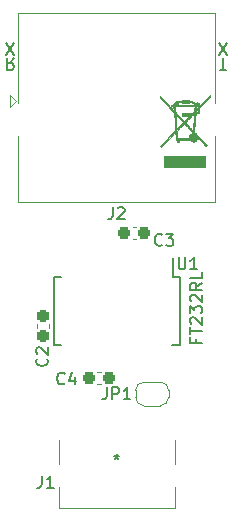
<source format=gto>
G04 #@! TF.GenerationSoftware,KiCad,Pcbnew,(6.0.0)*
G04 #@! TF.CreationDate,2022-05-28T20:38:17-06:00*
G04 #@! TF.ProjectId,usb_to_serial,7573625f-746f-45f7-9365-7269616c2e6b,2*
G04 #@! TF.SameCoordinates,Original*
G04 #@! TF.FileFunction,Legend,Top*
G04 #@! TF.FilePolarity,Positive*
%FSLAX46Y46*%
G04 Gerber Fmt 4.6, Leading zero omitted, Abs format (unit mm)*
G04 Created by KiCad (PCBNEW (6.0.0)) date 2022-05-28 20:38:18*
%MOMM*%
%LPD*%
G01*
G04 APERTURE LIST*
G04 Aperture macros list*
%AMRoundRect*
0 Rectangle with rounded corners*
0 $1 Rounding radius*
0 $2 $3 $4 $5 $6 $7 $8 $9 X,Y pos of 4 corners*
0 Add a 4 corners polygon primitive as box body*
4,1,4,$2,$3,$4,$5,$6,$7,$8,$9,$2,$3,0*
0 Add four circle primitives for the rounded corners*
1,1,$1+$1,$2,$3*
1,1,$1+$1,$4,$5*
1,1,$1+$1,$6,$7*
1,1,$1+$1,$8,$9*
0 Add four rect primitives between the rounded corners*
20,1,$1+$1,$2,$3,$4,$5,0*
20,1,$1+$1,$4,$5,$6,$7,0*
20,1,$1+$1,$6,$7,$8,$9,0*
20,1,$1+$1,$8,$9,$2,$3,0*%
%AMFreePoly0*
4,1,22,0.500000,-0.750000,0.000000,-0.750000,0.000000,-0.745033,-0.079941,-0.743568,-0.215256,-0.701293,-0.333266,-0.622738,-0.424486,-0.514219,-0.481581,-0.384460,-0.499164,-0.250000,-0.500000,-0.250000,-0.500000,0.250000,-0.499164,0.250000,-0.499963,0.256109,-0.478152,0.396186,-0.417904,0.524511,-0.324060,0.630769,-0.204165,0.706417,-0.067858,0.745374,0.000000,0.744959,0.000000,0.750000,
0.500000,0.750000,0.500000,-0.750000,0.500000,-0.750000,$1*%
%AMFreePoly1*
4,1,20,0.000000,0.744959,0.073905,0.744508,0.209726,0.703889,0.328688,0.626782,0.421226,0.519385,0.479903,0.390333,0.500000,0.250000,0.500000,-0.250000,0.499851,-0.262216,0.476331,-0.402017,0.414519,-0.529596,0.319384,-0.634700,0.198574,-0.708877,0.061801,-0.746166,0.000000,-0.745033,0.000000,-0.750000,-0.500000,-0.750000,-0.500000,0.750000,0.000000,0.750000,0.000000,0.744959,
0.000000,0.744959,$1*%
G04 Aperture macros list end*
%ADD10C,0.150000*%
%ADD11C,0.120000*%
%ADD12C,0.010000*%
%ADD13RoundRect,0.237500X0.300000X0.237500X-0.300000X0.237500X-0.300000X-0.237500X0.300000X-0.237500X0*%
%ADD14C,3.250000*%
%ADD15R,1.500000X1.500000*%
%ADD16C,1.500000*%
%ADD17C,2.300000*%
%ADD18R,0.450000X1.750000*%
%ADD19O,0.990600X1.803400*%
%ADD20O,0.990600X2.108200*%
%ADD21C,0.762000*%
%ADD22R,0.584200X1.143000*%
%ADD23R,0.304800X1.143000*%
%ADD24RoundRect,0.237500X-0.237500X0.300000X-0.237500X-0.300000X0.237500X-0.300000X0.237500X0.300000X0*%
%ADD25FreePoly0,180.000000*%
%ADD26FreePoly1,180.000000*%
G04 APERTURE END LIST*
D10*
X144444785Y-94455491D02*
X145111452Y-93455491D01*
X145111452Y-94455491D02*
X144444785Y-93455491D01*
X126444785Y-94455491D02*
X127111452Y-93455491D01*
X127111452Y-94455491D02*
X126444785Y-93455491D01*
X142456690Y-118479300D02*
X142456690Y-118812633D01*
X142980499Y-118812633D02*
X141980499Y-118812633D01*
X141980499Y-118336443D01*
X141980499Y-118098348D02*
X141980499Y-117526919D01*
X142980499Y-117812633D02*
X141980499Y-117812633D01*
X142075738Y-117241205D02*
X142028119Y-117193586D01*
X141980499Y-117098348D01*
X141980499Y-116860252D01*
X142028119Y-116765014D01*
X142075738Y-116717395D01*
X142170976Y-116669776D01*
X142266214Y-116669776D01*
X142409071Y-116717395D01*
X142980499Y-117288824D01*
X142980499Y-116669776D01*
X141980499Y-116336443D02*
X141980499Y-115717395D01*
X142361452Y-116050729D01*
X142361452Y-115907872D01*
X142409071Y-115812633D01*
X142456690Y-115765014D01*
X142551928Y-115717395D01*
X142790023Y-115717395D01*
X142885261Y-115765014D01*
X142932880Y-115812633D01*
X142980499Y-115907872D01*
X142980499Y-116193586D01*
X142932880Y-116288824D01*
X142885261Y-116336443D01*
X142075738Y-115336443D02*
X142028119Y-115288824D01*
X141980499Y-115193586D01*
X141980499Y-114955491D01*
X142028119Y-114860252D01*
X142075738Y-114812633D01*
X142170976Y-114765014D01*
X142266214Y-114765014D01*
X142409071Y-114812633D01*
X142980499Y-115384062D01*
X142980499Y-114765014D01*
X142980499Y-113765014D02*
X142504309Y-114098348D01*
X142980499Y-114336443D02*
X141980499Y-114336443D01*
X141980499Y-113955491D01*
X142028119Y-113860252D01*
X142075738Y-113812633D01*
X142170976Y-113765014D01*
X142313833Y-113765014D01*
X142409071Y-113812633D01*
X142456690Y-113860252D01*
X142504309Y-113955491D01*
X142504309Y-114336443D01*
X142980499Y-112860252D02*
X142980499Y-113336443D01*
X141980499Y-113336443D01*
X144492404Y-95705491D02*
X145063833Y-95705491D01*
X144778119Y-94705491D02*
X144778119Y-95705491D01*
X127087642Y-94705491D02*
X126754309Y-95181681D01*
X126516214Y-94705491D02*
X126516214Y-95705491D01*
X126897166Y-95705491D01*
X126992404Y-95657872D01*
X127040023Y-95610252D01*
X127087642Y-95515014D01*
X127087642Y-95372157D01*
X127040023Y-95276919D01*
X126992404Y-95229300D01*
X126897166Y-95181681D01*
X126516214Y-95181681D01*
X139611452Y-110515014D02*
X139563833Y-110562633D01*
X139420976Y-110610252D01*
X139325738Y-110610252D01*
X139182880Y-110562633D01*
X139087642Y-110467395D01*
X139040023Y-110372157D01*
X138992404Y-110181681D01*
X138992404Y-110038824D01*
X139040023Y-109848348D01*
X139087642Y-109753110D01*
X139182880Y-109657872D01*
X139325738Y-109610252D01*
X139420976Y-109610252D01*
X139563833Y-109657872D01*
X139611452Y-109705491D01*
X139944785Y-109610252D02*
X140563833Y-109610252D01*
X140230499Y-109991205D01*
X140373357Y-109991205D01*
X140468595Y-110038824D01*
X140516214Y-110086443D01*
X140563833Y-110181681D01*
X140563833Y-110419776D01*
X140516214Y-110515014D01*
X140468595Y-110562633D01*
X140373357Y-110610252D01*
X140087642Y-110610252D01*
X139992404Y-110562633D01*
X139944785Y-110515014D01*
X131361452Y-122265014D02*
X131313833Y-122312633D01*
X131170976Y-122360252D01*
X131075738Y-122360252D01*
X130932880Y-122312633D01*
X130837642Y-122217395D01*
X130790023Y-122122157D01*
X130742404Y-121931681D01*
X130742404Y-121788824D01*
X130790023Y-121598348D01*
X130837642Y-121503110D01*
X130932880Y-121407872D01*
X131075738Y-121360252D01*
X131170976Y-121360252D01*
X131313833Y-121407872D01*
X131361452Y-121455491D01*
X132218595Y-121693586D02*
X132218595Y-122360252D01*
X131980499Y-121312633D02*
X131742404Y-122026919D01*
X132361452Y-122026919D01*
X135444785Y-107360252D02*
X135444785Y-108074538D01*
X135397166Y-108217395D01*
X135301928Y-108312633D01*
X135159071Y-108360252D01*
X135063833Y-108360252D01*
X135873357Y-107455491D02*
X135920976Y-107407872D01*
X136016214Y-107360252D01*
X136254309Y-107360252D01*
X136349547Y-107407872D01*
X136397166Y-107455491D01*
X136444785Y-107550729D01*
X136444785Y-107645967D01*
X136397166Y-107788824D01*
X135825738Y-108360252D01*
X136444785Y-108360252D01*
X141016214Y-111610252D02*
X141016214Y-112419776D01*
X141063833Y-112515014D01*
X141111452Y-112562633D01*
X141206690Y-112610252D01*
X141397166Y-112610252D01*
X141492404Y-112562633D01*
X141540023Y-112515014D01*
X141587642Y-112419776D01*
X141587642Y-111610252D01*
X142587642Y-112610252D02*
X142016214Y-112610252D01*
X142301928Y-112610252D02*
X142301928Y-111610252D01*
X142206690Y-111753110D01*
X142111452Y-111848348D01*
X142016214Y-111895967D01*
X129444785Y-130110252D02*
X129444785Y-130824538D01*
X129397166Y-130967395D01*
X129301928Y-131062633D01*
X129159071Y-131110252D01*
X129063833Y-131110252D01*
X130444785Y-131110252D02*
X129873357Y-131110252D01*
X130159071Y-131110252D02*
X130159071Y-130110252D01*
X130063833Y-130253110D01*
X129968595Y-130348348D01*
X129873357Y-130395967D01*
X135778119Y-128274884D02*
X135778119Y-128512980D01*
X135540023Y-128417742D02*
X135778119Y-128512980D01*
X136016214Y-128417742D01*
X135635261Y-128703456D02*
X135778119Y-128512980D01*
X135920976Y-128703456D01*
X129857142Y-120166666D02*
X129904761Y-120214285D01*
X129952380Y-120357142D01*
X129952380Y-120452380D01*
X129904761Y-120595238D01*
X129809523Y-120690476D01*
X129714285Y-120738095D01*
X129523809Y-120785714D01*
X129380952Y-120785714D01*
X129190476Y-120738095D01*
X129095238Y-120690476D01*
X129000000Y-120595238D01*
X128952380Y-120452380D01*
X128952380Y-120357142D01*
X129000000Y-120214285D01*
X129047619Y-120166666D01*
X129047619Y-119785714D02*
X129000000Y-119738095D01*
X128952380Y-119642857D01*
X128952380Y-119404761D01*
X129000000Y-119309523D01*
X129047619Y-119261904D01*
X129142857Y-119214285D01*
X129238095Y-119214285D01*
X129380952Y-119261904D01*
X129952380Y-119833333D01*
X129952380Y-119214285D01*
X134944785Y-122610252D02*
X134944785Y-123324538D01*
X134897166Y-123467395D01*
X134801928Y-123562633D01*
X134659071Y-123610252D01*
X134563833Y-123610252D01*
X135420976Y-123610252D02*
X135420976Y-122610252D01*
X135801928Y-122610252D01*
X135897166Y-122657872D01*
X135944785Y-122705491D01*
X135992404Y-122800729D01*
X135992404Y-122943586D01*
X135944785Y-123038824D01*
X135897166Y-123086443D01*
X135801928Y-123134062D01*
X135420976Y-123134062D01*
X136944785Y-123610252D02*
X136373357Y-123610252D01*
X136659071Y-123610252D02*
X136659071Y-122610252D01*
X136563833Y-122753110D01*
X136468595Y-122848348D01*
X136373357Y-122895967D01*
D11*
X137414386Y-109062504D02*
X137121852Y-109062504D01*
X137414386Y-110082504D02*
X137121852Y-110082504D01*
X134414386Y-122332504D02*
X134121852Y-122332504D01*
X134414386Y-121312504D02*
X134121852Y-121312504D01*
X126718119Y-97832872D02*
X127218119Y-98332872D01*
X127218119Y-98332872D02*
X126718119Y-98832872D01*
X127413119Y-90922872D02*
X144143119Y-90922872D01*
X127413119Y-106892872D02*
X144143119Y-106892872D01*
X126718119Y-98832872D02*
X126718119Y-97832872D01*
X127413119Y-106892872D02*
X127413119Y-101332872D01*
X127413119Y-90922872D02*
X127413119Y-98532872D01*
X144143119Y-90922872D02*
X144143119Y-98532872D01*
X144143119Y-106892872D02*
X144143119Y-101332872D01*
D10*
X140528119Y-113247504D02*
X140528119Y-111647504D01*
X141103119Y-113247504D02*
X140528119Y-113247504D01*
X141103119Y-113247504D02*
X141103119Y-118997504D01*
X130453119Y-118997504D02*
X131103119Y-118997504D01*
X130453119Y-113247504D02*
X131103119Y-113247504D01*
X141103119Y-118997504D02*
X140453119Y-118997504D01*
X130453119Y-113247504D02*
X130453119Y-118997504D01*
D12*
X143275941Y-103925694D02*
X139755148Y-103925694D01*
X139755148Y-103925694D02*
X139755148Y-103058070D01*
X139755148Y-103058070D02*
X143275941Y-103058070D01*
X143275941Y-103058070D02*
X143275941Y-103925694D01*
X143275941Y-103925694D02*
X143275941Y-103925694D01*
G36*
X143275941Y-103925694D02*
G01*
X139755148Y-103925694D01*
X139755148Y-103058070D01*
X143275941Y-103058070D01*
X143275941Y-103925694D01*
G37*
X143275941Y-103925694D02*
X139755148Y-103925694D01*
X139755148Y-103058070D01*
X143275941Y-103058070D01*
X143275941Y-103925694D01*
X143652549Y-97972720D02*
X143651930Y-98059803D01*
X143651930Y-98059803D02*
X143200205Y-98518763D01*
X143200205Y-98518763D02*
X142748480Y-98977724D01*
X142748480Y-98977724D02*
X142748151Y-99188343D01*
X142748151Y-99188343D02*
X142747822Y-99398961D01*
X142747822Y-99398961D02*
X142472729Y-99398961D01*
X142472729Y-99398961D02*
X142465641Y-99452402D01*
X142465641Y-99452402D02*
X142462957Y-99476760D01*
X142462957Y-99476760D02*
X142458432Y-99522631D01*
X142458432Y-99522631D02*
X142452310Y-99587277D01*
X142452310Y-99587277D02*
X142444831Y-99667963D01*
X142444831Y-99667963D02*
X142436238Y-99761953D01*
X142436238Y-99761953D02*
X142426773Y-99866509D01*
X142426773Y-99866509D02*
X142416677Y-99978897D01*
X142416677Y-99978897D02*
X142406193Y-100096379D01*
X142406193Y-100096379D02*
X142395563Y-100216220D01*
X142395563Y-100216220D02*
X142385028Y-100335683D01*
X142385028Y-100335683D02*
X142374832Y-100452031D01*
X142374832Y-100452031D02*
X142365214Y-100562529D01*
X142365214Y-100562529D02*
X142356419Y-100664441D01*
X142356419Y-100664441D02*
X142348687Y-100755030D01*
X142348687Y-100755030D02*
X142342261Y-100831559D01*
X142342261Y-100831559D02*
X142337382Y-100891293D01*
X142337382Y-100891293D02*
X142334294Y-100931496D01*
X142334294Y-100931496D02*
X142333236Y-100949431D01*
X142333236Y-100949431D02*
X142333237Y-100949516D01*
X142333237Y-100949516D02*
X142340946Y-100963907D01*
X142340946Y-100963907D02*
X142364100Y-100993620D01*
X142364100Y-100993620D02*
X142403014Y-101039003D01*
X142403014Y-101039003D02*
X142458003Y-101100401D01*
X142458003Y-101100401D02*
X142529383Y-101178160D01*
X142529383Y-101178160D02*
X142617468Y-101272626D01*
X142617468Y-101272626D02*
X142722573Y-101384144D01*
X142722573Y-101384144D02*
X142845014Y-101513060D01*
X142845014Y-101513060D02*
X142879429Y-101549159D01*
X142879429Y-101549159D02*
X143425256Y-102121288D01*
X143425256Y-102121288D02*
X143337000Y-102209308D01*
X143337000Y-102209308D02*
X143265604Y-102131630D01*
X143265604Y-102131630D02*
X143239485Y-102103558D01*
X143239485Y-102103558D02*
X143198685Y-102060146D01*
X143198685Y-102060146D02*
X143145896Y-102004238D01*
X143145896Y-102004238D02*
X143083810Y-101938680D01*
X143083810Y-101938680D02*
X143015119Y-101866313D01*
X143015119Y-101866313D02*
X142942515Y-101789984D01*
X142942515Y-101789984D02*
X142899079Y-101744396D01*
X142899079Y-101744396D02*
X142817535Y-101658991D01*
X142817535Y-101658991D02*
X142751623Y-101590582D01*
X142751623Y-101590582D02*
X142699663Y-101537925D01*
X142699663Y-101537925D02*
X142659974Y-101499777D01*
X142659974Y-101499777D02*
X142630876Y-101474892D01*
X142630876Y-101474892D02*
X142610688Y-101462028D01*
X142610688Y-101462028D02*
X142597729Y-101459940D01*
X142597729Y-101459940D02*
X142590319Y-101467385D01*
X142590319Y-101467385D02*
X142586777Y-101483118D01*
X142586777Y-101483118D02*
X142585422Y-101505895D01*
X142585422Y-101505895D02*
X142585240Y-101512111D01*
X142585240Y-101512111D02*
X142575822Y-101554933D01*
X142575822Y-101554933D02*
X142552616Y-101606691D01*
X142552616Y-101606691D02*
X142520255Y-101659200D01*
X142520255Y-101659200D02*
X142483371Y-101704275D01*
X142483371Y-101704275D02*
X142468612Y-101718200D01*
X142468612Y-101718200D02*
X142392886Y-101766919D01*
X142392886Y-101766919D02*
X142304427Y-101794178D01*
X142304427Y-101794178D02*
X142226219Y-101800645D01*
X142226219Y-101800645D02*
X142137587Y-101788448D01*
X142137587Y-101788448D02*
X142055731Y-101752685D01*
X142055731Y-101752685D02*
X141983283Y-101694594D01*
X141983283Y-101694594D02*
X141969916Y-101680134D01*
X141969916Y-101680134D02*
X141921037Y-101624605D01*
X141921037Y-101624605D02*
X141075445Y-101624605D01*
X141075445Y-101624605D02*
X141075445Y-101800645D01*
X141075445Y-101800645D02*
X140849109Y-101800645D01*
X140849109Y-101800645D02*
X140849109Y-101718403D01*
X140849109Y-101718403D02*
X140846269Y-101662258D01*
X140846269Y-101662258D02*
X140836726Y-101623288D01*
X140836726Y-101623288D02*
X140825128Y-101602091D01*
X140825128Y-101602091D02*
X140816842Y-101586924D01*
X140816842Y-101586924D02*
X140809746Y-101564934D01*
X140809746Y-101564934D02*
X140803371Y-101532859D01*
X140803371Y-101532859D02*
X140797247Y-101487441D01*
X140797247Y-101487441D02*
X140790903Y-101425420D01*
X140790903Y-101425420D02*
X140783869Y-101343534D01*
X140783869Y-101343534D02*
X140779053Y-101282618D01*
X140779053Y-101282618D02*
X140756958Y-100997215D01*
X140756958Y-100997215D02*
X140214554Y-101546677D01*
X140214554Y-101546677D02*
X140116482Y-101646100D01*
X140116482Y-101646100D02*
X140022335Y-101741687D01*
X140022335Y-101741687D02*
X139933834Y-101831682D01*
X139933834Y-101831682D02*
X139852699Y-101914329D01*
X139852699Y-101914329D02*
X139780650Y-101987873D01*
X139780650Y-101987873D02*
X139719407Y-102050556D01*
X139719407Y-102050556D02*
X139670692Y-102100624D01*
X139670692Y-102100624D02*
X139636223Y-102136320D01*
X139636223Y-102136320D02*
X139617740Y-102155867D01*
X139617740Y-102155867D02*
X139587376Y-102186816D01*
X139587376Y-102186816D02*
X139562048Y-102208402D01*
X139562048Y-102208402D02*
X139548424Y-102215595D01*
X139548424Y-102215595D02*
X139531024Y-102207169D01*
X139531024Y-102207169D02*
X139505659Y-102186117D01*
X139505659Y-102186117D02*
X139497061Y-102177543D01*
X139497061Y-102177543D02*
X139460605Y-102139492D01*
X139460605Y-102139492D02*
X139661317Y-101935530D01*
X139661317Y-101935530D02*
X139712523Y-101883571D01*
X139712523Y-101883571D02*
X139778550Y-101816692D01*
X139778550Y-101816692D02*
X139856501Y-101737822D01*
X139856501Y-101737822D02*
X139943481Y-101649886D01*
X139943481Y-101649886D02*
X140036593Y-101555813D01*
X140036593Y-101555813D02*
X140132940Y-101458530D01*
X140132940Y-101458530D02*
X140229627Y-101360965D01*
X140229627Y-101360965D02*
X140298985Y-101291017D01*
X140298985Y-101291017D02*
X140404416Y-101184422D01*
X140404416Y-101184422D02*
X140492990Y-101094179D01*
X140492990Y-101094179D02*
X140565838Y-101019064D01*
X140565838Y-101019064D02*
X140624096Y-100957858D01*
X140624096Y-100957858D02*
X140668894Y-100909338D01*
X140668894Y-100909338D02*
X140691098Y-100884001D01*
X140691098Y-100884001D02*
X140869395Y-100884001D01*
X140869395Y-100884001D02*
X140891718Y-101169427D01*
X140891718Y-101169427D02*
X140898450Y-101253091D01*
X140898450Y-101253091D02*
X140904962Y-101329599D01*
X140904962Y-101329599D02*
X140910885Y-101394953D01*
X140910885Y-101394953D02*
X140915851Y-101445153D01*
X140915851Y-101445153D02*
X140919490Y-101476201D01*
X140919490Y-101476201D02*
X140920661Y-101483145D01*
X140920661Y-101483145D02*
X140927281Y-101511437D01*
X140927281Y-101511437D02*
X141876755Y-101511437D01*
X141876755Y-101511437D02*
X141883093Y-101432478D01*
X141883093Y-101432478D02*
X141902229Y-101339187D01*
X141902229Y-101339187D02*
X141942273Y-101256663D01*
X141942273Y-101256663D02*
X142000701Y-101187910D01*
X142000701Y-101187910D02*
X142074990Y-101135935D01*
X142074990Y-101135935D02*
X142158371Y-101104735D01*
X142158371Y-101104735D02*
X142185421Y-101090100D01*
X142185421Y-101090100D02*
X142198963Y-101058691D01*
X142198963Y-101058691D02*
X142199247Y-101057306D01*
X142199247Y-101057306D02*
X142200872Y-101044046D01*
X142200872Y-101044046D02*
X142198863Y-101030467D01*
X142198863Y-101030467D02*
X142191261Y-101014053D01*
X142191261Y-101014053D02*
X142176103Y-100992283D01*
X142176103Y-100992283D02*
X142151431Y-100962639D01*
X142151431Y-100962639D02*
X142115283Y-100922604D01*
X142115283Y-100922604D02*
X142065699Y-100869657D01*
X142065699Y-100869657D02*
X142000718Y-100801281D01*
X142000718Y-100801281D02*
X141996520Y-100796877D01*
X141996520Y-100796877D02*
X141926626Y-100723483D01*
X141926626Y-100723483D02*
X141852319Y-100645309D01*
X141852319Y-100645309D02*
X141778705Y-100567736D01*
X141778705Y-100567736D02*
X141710890Y-100496147D01*
X141710890Y-100496147D02*
X141653979Y-100435923D01*
X141653979Y-100435923D02*
X141641287Y-100422459D01*
X141641287Y-100422459D02*
X141592632Y-100371692D01*
X141592632Y-100371692D02*
X141549410Y-100328247D01*
X141549410Y-100328247D02*
X141514724Y-100295113D01*
X141514724Y-100295113D02*
X141491675Y-100275277D01*
X141491675Y-100275277D02*
X141483937Y-100270918D01*
X141483937Y-100270918D02*
X141472397Y-100280042D01*
X141472397Y-100280042D02*
X141445409Y-100305072D01*
X141445409Y-100305072D02*
X141405098Y-100343924D01*
X141405098Y-100343924D02*
X141353590Y-100394515D01*
X141353590Y-100394515D02*
X141293010Y-100454760D01*
X141293010Y-100454760D02*
X141225483Y-100522576D01*
X141225483Y-100522576D02*
X141170293Y-100578437D01*
X141170293Y-100578437D02*
X140869395Y-100884001D01*
X140869395Y-100884001D02*
X140691098Y-100884001D01*
X140691098Y-100884001D02*
X140701368Y-100872283D01*
X140701368Y-100872283D02*
X140722648Y-100845471D01*
X140722648Y-100845471D02*
X140733868Y-100827680D01*
X140733868Y-100827680D02*
X140736365Y-100819442D01*
X140736365Y-100819442D02*
X140735419Y-100801462D01*
X140735419Y-100801462D02*
X140732546Y-100760764D01*
X140732546Y-100760764D02*
X140727932Y-100699691D01*
X140727932Y-100699691D02*
X140721761Y-100620585D01*
X140721761Y-100620585D02*
X140714221Y-100525786D01*
X140714221Y-100525786D02*
X140705498Y-100417639D01*
X140705498Y-100417639D02*
X140695776Y-100298484D01*
X140695776Y-100298484D02*
X140685243Y-100170663D01*
X140685243Y-100170663D02*
X140676754Y-100068507D01*
X140676754Y-100068507D02*
X140628723Y-99492546D01*
X140628723Y-99492546D02*
X140752314Y-99492546D01*
X140752314Y-99492546D02*
X140752846Y-99504976D01*
X140752846Y-99504976D02*
X140755350Y-99539982D01*
X140755350Y-99539982D02*
X140759623Y-99595087D01*
X140759623Y-99595087D02*
X140765466Y-99667815D01*
X140765466Y-99667815D02*
X140772676Y-99755686D01*
X140772676Y-99755686D02*
X140781053Y-99856223D01*
X140781053Y-99856223D02*
X140790396Y-99966949D01*
X140790396Y-99966949D02*
X140799361Y-100072077D01*
X140799361Y-100072077D02*
X140809517Y-100191355D01*
X140809517Y-100191355D02*
X140818977Y-100303952D01*
X140818977Y-100303952D02*
X140827523Y-100407177D01*
X140827523Y-100407177D02*
X140834940Y-100498345D01*
X140834940Y-100498345D02*
X140841011Y-100574767D01*
X140841011Y-100574767D02*
X140845518Y-100633755D01*
X140845518Y-100633755D02*
X140848246Y-100672621D01*
X140848246Y-100672621D02*
X140849003Y-100687716D01*
X140849003Y-100687716D02*
X140850184Y-100697110D01*
X140850184Y-100697110D02*
X140854863Y-100700838D01*
X140854863Y-100700838D02*
X140864843Y-100697343D01*
X140864843Y-100697343D02*
X140881929Y-100685071D01*
X140881929Y-100685071D02*
X140907923Y-100662466D01*
X140907923Y-100662466D02*
X140944629Y-100627972D01*
X140944629Y-100627972D02*
X140993852Y-100580034D01*
X140993852Y-100580034D02*
X141057393Y-100517096D01*
X141057393Y-100517096D02*
X141124814Y-100449840D01*
X141124814Y-100449840D02*
X141400518Y-100174349D01*
X141400518Y-100174349D02*
X141398586Y-100172278D01*
X141398586Y-100172278D02*
X141580829Y-100172278D01*
X141580829Y-100172278D02*
X141589135Y-100183652D01*
X141589135Y-100183652D02*
X141612386Y-100210435D01*
X141612386Y-100210435D02*
X141648254Y-100250164D01*
X141648254Y-100250164D02*
X141694406Y-100300379D01*
X141694406Y-100300379D02*
X141748513Y-100358618D01*
X141748513Y-100358618D02*
X141808245Y-100422419D01*
X141808245Y-100422419D02*
X141871271Y-100489321D01*
X141871271Y-100489321D02*
X141935261Y-100556862D01*
X141935261Y-100556862D02*
X141997883Y-100622582D01*
X141997883Y-100622582D02*
X142056809Y-100684018D01*
X142056809Y-100684018D02*
X142109707Y-100738709D01*
X142109707Y-100738709D02*
X142154247Y-100784194D01*
X142154247Y-100784194D02*
X142188099Y-100818010D01*
X142188099Y-100818010D02*
X142208931Y-100837698D01*
X142208931Y-100837698D02*
X142214613Y-100841709D01*
X142214613Y-100841709D02*
X142216485Y-100828763D01*
X142216485Y-100828763D02*
X142220373Y-100793006D01*
X142220373Y-100793006D02*
X142226062Y-100736676D01*
X142226062Y-100736676D02*
X142233338Y-100662012D01*
X142233338Y-100662012D02*
X142241988Y-100571252D01*
X142241988Y-100571252D02*
X142251797Y-100466634D01*
X142251797Y-100466634D02*
X142262553Y-100350398D01*
X142262553Y-100350398D02*
X142274040Y-100224780D01*
X142274040Y-100224780D02*
X142283212Y-100123490D01*
X142283212Y-100123490D02*
X142294945Y-99992151D01*
X142294945Y-99992151D02*
X142305784Y-99868424D01*
X142305784Y-99868424D02*
X142315549Y-99754553D01*
X142315549Y-99754553D02*
X142324056Y-99652783D01*
X142324056Y-99652783D02*
X142331124Y-99565359D01*
X142331124Y-99565359D02*
X142336570Y-99494525D01*
X142336570Y-99494525D02*
X142340211Y-99442525D01*
X142340211Y-99442525D02*
X142341866Y-99411604D01*
X142341866Y-99411604D02*
X142341677Y-99403575D01*
X142341677Y-99403575D02*
X142331785Y-99410726D01*
X142331785Y-99410726D02*
X142306595Y-99433713D01*
X142306595Y-99433713D02*
X142268309Y-99470311D01*
X142268309Y-99470311D02*
X142219130Y-99518294D01*
X142219130Y-99518294D02*
X142161258Y-99575438D01*
X142161258Y-99575438D02*
X142096897Y-99639519D01*
X142096897Y-99639519D02*
X142028248Y-99708310D01*
X142028248Y-99708310D02*
X141957514Y-99779588D01*
X141957514Y-99779588D02*
X141886897Y-99851127D01*
X141886897Y-99851127D02*
X141818599Y-99920702D01*
X141818599Y-99920702D02*
X141754823Y-99986089D01*
X141754823Y-99986089D02*
X141697769Y-100045063D01*
X141697769Y-100045063D02*
X141649641Y-100095399D01*
X141649641Y-100095399D02*
X141612641Y-100134871D01*
X141612641Y-100134871D02*
X141588971Y-100161255D01*
X141588971Y-100161255D02*
X141580829Y-100172278D01*
X141580829Y-100172278D02*
X141398586Y-100172278D01*
X141398586Y-100172278D02*
X141297710Y-100064167D01*
X141297710Y-100064167D02*
X141245351Y-100008249D01*
X141245351Y-100008249D02*
X141186584Y-99945820D01*
X141186584Y-99945820D02*
X141123734Y-99879315D01*
X141123734Y-99879315D02*
X141059124Y-99811170D01*
X141059124Y-99811170D02*
X140995077Y-99743820D01*
X140995077Y-99743820D02*
X140933916Y-99679700D01*
X140933916Y-99679700D02*
X140877966Y-99621244D01*
X140877966Y-99621244D02*
X140829549Y-99570890D01*
X140829549Y-99570890D02*
X140790989Y-99531070D01*
X140790989Y-99531070D02*
X140764610Y-99504222D01*
X140764610Y-99504222D02*
X140752735Y-99492780D01*
X140752735Y-99492780D02*
X140752314Y-99492546D01*
X140752314Y-99492546D02*
X140628723Y-99492546D01*
X140628723Y-99492546D02*
X140616718Y-99348598D01*
X140616718Y-99348598D02*
X140016181Y-98717030D01*
X140016181Y-98717030D02*
X139415644Y-98085461D01*
X139415644Y-98085461D02*
X139416085Y-97997187D01*
X139416085Y-97997187D02*
X139416527Y-97908912D01*
X139416527Y-97908912D02*
X139513536Y-98012538D01*
X139513536Y-98012538D02*
X139567828Y-98070335D01*
X139567828Y-98070335D02*
X139631927Y-98138240D01*
X139631927Y-98138240D02*
X139704103Y-98214444D01*
X139704103Y-98214444D02*
X139782627Y-98297141D01*
X139782627Y-98297141D02*
X139865770Y-98384525D01*
X139865770Y-98384525D02*
X139951800Y-98474787D01*
X139951800Y-98474787D02*
X140038989Y-98566122D01*
X140038989Y-98566122D02*
X140125606Y-98656721D01*
X140125606Y-98656721D02*
X140209922Y-98744779D01*
X140209922Y-98744779D02*
X140290207Y-98828487D01*
X140290207Y-98828487D02*
X140364732Y-98906039D01*
X140364732Y-98906039D02*
X140431765Y-98975629D01*
X140431765Y-98975629D02*
X140489578Y-99035448D01*
X140489578Y-99035448D02*
X140536440Y-99083690D01*
X140536440Y-99083690D02*
X140570623Y-99118548D01*
X140570623Y-99118548D02*
X140590395Y-99138215D01*
X140590395Y-99138215D02*
X140594729Y-99141988D01*
X140594729Y-99141988D02*
X140595027Y-99128864D01*
X140595027Y-99128864D02*
X140593388Y-99095261D01*
X140593388Y-99095261D02*
X140590096Y-99045752D01*
X140590096Y-99045752D02*
X140585437Y-98984909D01*
X140585437Y-98984909D02*
X140583437Y-98960604D01*
X140583437Y-98960604D02*
X140568542Y-98782823D01*
X140568542Y-98782823D02*
X140685164Y-98782823D01*
X140685164Y-98782823D02*
X140691185Y-98811115D01*
X140691185Y-98811115D02*
X140694256Y-98833490D01*
X140694256Y-98833490D02*
X140698571Y-98875589D01*
X140698571Y-98875589D02*
X140703631Y-98932050D01*
X140703631Y-98932050D02*
X140708938Y-98997507D01*
X140708938Y-98997507D02*
X140710775Y-99021734D01*
X140710775Y-99021734D02*
X140716192Y-99091293D01*
X140716192Y-99091293D02*
X140721660Y-99155890D01*
X140721660Y-99155890D02*
X140726631Y-99209420D01*
X140726631Y-99209420D02*
X140730558Y-99245782D01*
X140730558Y-99245782D02*
X140731444Y-99252381D01*
X140731444Y-99252381D02*
X140734785Y-99265928D01*
X140734785Y-99265928D02*
X140742018Y-99281786D01*
X140742018Y-99281786D02*
X140754679Y-99301733D01*
X140754679Y-99301733D02*
X140774308Y-99327545D01*
X140774308Y-99327545D02*
X140802441Y-99361001D01*
X140802441Y-99361001D02*
X140840617Y-99403879D01*
X140840617Y-99403879D02*
X140890373Y-99457955D01*
X140890373Y-99457955D02*
X140953248Y-99525008D01*
X140953248Y-99525008D02*
X141030778Y-99606815D01*
X141030778Y-99606815D02*
X141109868Y-99689822D01*
X141109868Y-99689822D02*
X141188555Y-99771966D01*
X141188555Y-99771966D02*
X141262007Y-99848041D01*
X141262007Y-99848041D02*
X141328395Y-99916197D01*
X141328395Y-99916197D02*
X141385892Y-99974584D01*
X141385892Y-99974584D02*
X141432668Y-100021353D01*
X141432668Y-100021353D02*
X141466895Y-100054654D01*
X141466895Y-100054654D02*
X141486746Y-100072639D01*
X141486746Y-100072639D02*
X141490979Y-100075314D01*
X141490979Y-100075314D02*
X141502116Y-100065613D01*
X141502116Y-100065613D02*
X141528148Y-100040313D01*
X141528148Y-100040313D02*
X141566549Y-100001954D01*
X141566549Y-100001954D02*
X141614791Y-99953072D01*
X141614791Y-99953072D02*
X141670349Y-99896206D01*
X141670349Y-99896206D02*
X141710527Y-99854778D01*
X141710527Y-99854778D02*
X141920288Y-99637872D01*
X141920288Y-99637872D02*
X141301782Y-99637872D01*
X141301782Y-99637872D02*
X141301782Y-99398961D01*
X141301782Y-99398961D02*
X142056238Y-99398961D01*
X142056238Y-99398961D02*
X142056238Y-99505414D01*
X142056238Y-99505414D02*
X142194554Y-99367526D01*
X142194554Y-99367526D02*
X142292672Y-99269712D01*
X142292672Y-99269712D02*
X142483762Y-99269712D01*
X142483762Y-99269712D02*
X142485590Y-99285142D01*
X142485590Y-99285142D02*
X142494842Y-99293739D01*
X142494842Y-99293739D02*
X142517169Y-99297485D01*
X142517169Y-99297485D02*
X142558224Y-99298361D01*
X142558224Y-99298361D02*
X142565495Y-99298367D01*
X142565495Y-99298367D02*
X142647228Y-99298367D01*
X142647228Y-99298367D02*
X142647228Y-99079044D01*
X142647228Y-99079044D02*
X142565495Y-99160051D01*
X142565495Y-99160051D02*
X142519389Y-99209300D01*
X142519389Y-99209300D02*
X142491813Y-99247031D01*
X142491813Y-99247031D02*
X142483762Y-99269712D01*
X142483762Y-99269712D02*
X142292672Y-99269712D01*
X142292672Y-99269712D02*
X142332871Y-99229638D01*
X142332871Y-99229638D02*
X142332871Y-99106824D01*
X142332871Y-99106824D02*
X142333256Y-99050322D01*
X142333256Y-99050322D02*
X142335019Y-99014377D01*
X142335019Y-99014377D02*
X142339069Y-98994402D01*
X142339069Y-98994402D02*
X142346318Y-98985809D01*
X142346318Y-98985809D02*
X142357249Y-98984011D01*
X142357249Y-98984011D02*
X142369407Y-98981370D01*
X142369407Y-98981370D02*
X142378392Y-98970784D01*
X142378392Y-98970784D02*
X142385293Y-98948253D01*
X142385293Y-98948253D02*
X142391195Y-98909781D01*
X142391195Y-98909781D02*
X142397184Y-98851370D01*
X142397184Y-98851370D02*
X142399106Y-98829976D01*
X142399106Y-98829976D02*
X142403267Y-98782823D01*
X142403267Y-98782823D02*
X140685164Y-98782823D01*
X140685164Y-98782823D02*
X140568542Y-98782823D01*
X140568542Y-98782823D02*
X140409010Y-98782823D01*
X140409010Y-98782823D02*
X140409010Y-98669654D01*
X140409010Y-98669654D02*
X140476805Y-98669654D01*
X140476805Y-98669654D02*
X140516457Y-98668568D01*
X140516457Y-98668568D02*
X140538003Y-98663326D01*
X140538003Y-98663326D02*
X140540639Y-98660206D01*
X140540639Y-98660206D02*
X140679503Y-98660206D01*
X140679503Y-98660206D02*
X140686811Y-98667334D01*
X140686811Y-98667334D02*
X140712126Y-98669534D01*
X140712126Y-98669534D02*
X140729211Y-98669654D01*
X140729211Y-98669654D02*
X140786238Y-98669654D01*
X140786238Y-98669654D02*
X140998898Y-98669654D01*
X140998898Y-98669654D02*
X142413421Y-98669654D01*
X142413421Y-98669654D02*
X142365577Y-98620658D01*
X142365577Y-98620658D02*
X142291269Y-98560196D01*
X142291269Y-98560196D02*
X142199303Y-98513563D01*
X142199303Y-98513563D02*
X142088121Y-98480121D01*
X142088121Y-98480121D02*
X141977648Y-98461625D01*
X141977648Y-98461625D02*
X141905346Y-98452994D01*
X141905346Y-98452994D02*
X141905346Y-98543912D01*
X141905346Y-98543912D02*
X141326931Y-98543912D01*
X141326931Y-98543912D02*
X141326931Y-98440765D01*
X141326931Y-98440765D02*
X141242054Y-98449368D01*
X141242054Y-98449368D02*
X141182751Y-98456628D01*
X141182751Y-98456628D02*
X141119568Y-98466251D01*
X141119568Y-98466251D02*
X141081733Y-98473124D01*
X141081733Y-98473124D02*
X141006287Y-98488279D01*
X141006287Y-98488279D02*
X141002593Y-98578967D01*
X141002593Y-98578967D02*
X140998898Y-98669654D01*
X140998898Y-98669654D02*
X140786238Y-98669654D01*
X140786238Y-98669654D02*
X140786238Y-98619357D01*
X140786238Y-98619357D02*
X140784575Y-98587848D01*
X140784575Y-98587848D02*
X140780422Y-98570335D01*
X140780422Y-98570335D02*
X140778748Y-98569060D01*
X140778748Y-98569060D02*
X140760132Y-98577126D01*
X140760132Y-98577126D02*
X140732936Y-98596692D01*
X140732936Y-98596692D02*
X140705671Y-98620816D01*
X140705671Y-98620816D02*
X140686852Y-98642554D01*
X140686852Y-98642554D02*
X140685176Y-98645380D01*
X140685176Y-98645380D02*
X140679503Y-98660206D01*
X140679503Y-98660206D02*
X140540639Y-98660206D01*
X140540639Y-98660206D02*
X140548457Y-98650953D01*
X140548457Y-98650953D02*
X140552677Y-98637476D01*
X140552677Y-98637476D02*
X140569900Y-98602499D01*
X140569900Y-98602499D02*
X140602981Y-98560451D01*
X140602981Y-98560451D02*
X140646226Y-98517228D01*
X140646226Y-98517228D02*
X140693945Y-98478726D01*
X140693945Y-98478726D02*
X140725289Y-98458673D01*
X140725289Y-98458673D02*
X140760996Y-98436723D01*
X140760996Y-98436723D02*
X140779300Y-98418283D01*
X140779300Y-98418283D02*
X140785731Y-98396540D01*
X140785731Y-98396540D02*
X140786225Y-98383590D01*
X140786225Y-98383590D02*
X140786225Y-98380447D01*
X140786225Y-98380447D02*
X141427525Y-98380447D01*
X141427525Y-98380447D02*
X141427525Y-98443318D01*
X141427525Y-98443318D02*
X141804752Y-98443318D01*
X141804752Y-98443318D02*
X141804752Y-98380447D01*
X141804752Y-98380447D02*
X141427525Y-98380447D01*
X141427525Y-98380447D02*
X140786225Y-98380447D01*
X140786225Y-98380447D02*
X140786238Y-98342724D01*
X140786238Y-98342724D02*
X140892071Y-98342724D01*
X140892071Y-98342724D02*
X140940764Y-98343901D01*
X140940764Y-98343901D02*
X140978714Y-98347037D01*
X140978714Y-98347037D02*
X140999811Y-98351543D01*
X140999811Y-98351543D02*
X141002096Y-98353367D01*
X141002096Y-98353367D02*
X141015478Y-98356167D01*
X141015478Y-98356167D02*
X141048045Y-98355020D01*
X141048045Y-98355020D02*
X141094203Y-98350265D01*
X141094203Y-98350265D02*
X141125743Y-98345875D01*
X141125743Y-98345875D02*
X141182931Y-98337250D01*
X141182931Y-98337250D02*
X141235233Y-98329463D01*
X141235233Y-98329463D02*
X141274537Y-98323719D01*
X141274537Y-98323719D02*
X141286064Y-98322087D01*
X141286064Y-98322087D02*
X141316182Y-98312760D01*
X141316182Y-98312760D02*
X141326931Y-98298144D01*
X141326931Y-98298144D02*
X141330199Y-98292192D01*
X141330199Y-98292192D02*
X141341889Y-98287650D01*
X141341889Y-98287650D02*
X141364831Y-98284342D01*
X141364831Y-98284342D02*
X141401854Y-98282087D01*
X141401854Y-98282087D02*
X141455787Y-98280706D01*
X141455787Y-98280706D02*
X141529459Y-98280022D01*
X141529459Y-98280022D02*
X141616139Y-98279852D01*
X141616139Y-98279852D02*
X141708648Y-98279949D01*
X141708648Y-98279949D02*
X141779025Y-98280402D01*
X141779025Y-98280402D02*
X141830283Y-98281462D01*
X141830283Y-98281462D02*
X141865439Y-98283375D01*
X141865439Y-98283375D02*
X141887508Y-98286391D01*
X141887508Y-98286391D02*
X141899504Y-98290757D01*
X141899504Y-98290757D02*
X141904443Y-98296721D01*
X141904443Y-98296721D02*
X141905346Y-98303656D01*
X141905346Y-98303656D02*
X141913040Y-98325667D01*
X141913040Y-98325667D02*
X141938240Y-98338193D01*
X141938240Y-98338193D02*
X141984128Y-98342660D01*
X141984128Y-98342660D02*
X141992383Y-98342724D01*
X141992383Y-98342724D02*
X142070092Y-98350740D01*
X142070092Y-98350740D02*
X142158352Y-98372808D01*
X142158352Y-98372808D02*
X142249204Y-98405956D01*
X142249204Y-98405956D02*
X142334689Y-98447211D01*
X142334689Y-98447211D02*
X142406845Y-98493603D01*
X142406845Y-98493603D02*
X142416191Y-98500954D01*
X142416191Y-98500954D02*
X142446652Y-98524870D01*
X142446652Y-98524870D02*
X142464691Y-98534448D01*
X142464691Y-98534448D02*
X142477288Y-98531352D01*
X142477288Y-98531352D02*
X142490219Y-98518576D01*
X142490219Y-98518576D02*
X142528412Y-98493550D01*
X142528412Y-98493550D02*
X142578117Y-98483943D01*
X142578117Y-98483943D02*
X142631643Y-98488939D01*
X142631643Y-98488939D02*
X142681297Y-98507723D01*
X142681297Y-98507723D02*
X142719386Y-98539478D01*
X142719386Y-98539478D02*
X142722144Y-98543169D01*
X142722144Y-98543169D02*
X142750645Y-98602447D01*
X142750645Y-98602447D02*
X142755947Y-98663806D01*
X142755947Y-98663806D02*
X142738637Y-98722299D01*
X142738637Y-98722299D02*
X142699299Y-98772976D01*
X142699299Y-98772976D02*
X142694489Y-98777161D01*
X142694489Y-98777161D02*
X142666559Y-98797039D01*
X142666559Y-98797039D02*
X142638221Y-98805793D01*
X142638221Y-98805793D02*
X142598382Y-98806425D01*
X142598382Y-98806425D02*
X142588430Y-98805864D01*
X142588430Y-98805864D02*
X142549451Y-98804434D01*
X142549451Y-98804434D02*
X142529373Y-98807711D01*
X142529373Y-98807711D02*
X142522104Y-98817600D01*
X142522104Y-98817600D02*
X142521359Y-98826833D01*
X142521359Y-98826833D02*
X142519835Y-98853616D01*
X142519835Y-98853616D02*
X142516054Y-98893897D01*
X142516054Y-98893897D02*
X142513337Y-98917996D01*
X142513337Y-98917996D02*
X142509396Y-98956273D01*
X142509396Y-98956273D02*
X142511035Y-98975868D01*
X142511035Y-98975868D02*
X142520540Y-98983030D01*
X142520540Y-98983030D02*
X142537470Y-98984011D01*
X142537470Y-98984011D02*
X142547511Y-98980773D01*
X142547511Y-98980773D02*
X142563709Y-98970292D01*
X142563709Y-98970292D02*
X142587264Y-98951420D01*
X142587264Y-98951420D02*
X142619376Y-98923007D01*
X142619376Y-98923007D02*
X142661247Y-98883907D01*
X142661247Y-98883907D02*
X142714076Y-98832969D01*
X142714076Y-98832969D02*
X142779064Y-98769045D01*
X142779064Y-98769045D02*
X142857410Y-98690986D01*
X142857410Y-98690986D02*
X142950316Y-98597644D01*
X142950316Y-98597644D02*
X143058982Y-98487870D01*
X143058982Y-98487870D02*
X143111350Y-98434824D01*
X143111350Y-98434824D02*
X143653168Y-97885639D01*
X143653168Y-97885639D02*
X143652549Y-97972720D01*
X143652549Y-97972720D02*
X143652549Y-97972720D01*
G36*
X140722648Y-100845471D02*
G01*
X140733868Y-100827680D01*
X140736365Y-100819442D01*
X140735419Y-100801462D01*
X140732546Y-100760764D01*
X140727932Y-100699691D01*
X140721761Y-100620585D01*
X140714221Y-100525786D01*
X140705498Y-100417639D01*
X140695776Y-100298484D01*
X140685243Y-100170663D01*
X140676754Y-100068507D01*
X140628723Y-99492546D01*
X140752314Y-99492546D01*
X140752846Y-99504976D01*
X140755350Y-99539982D01*
X140759623Y-99595087D01*
X140765466Y-99667815D01*
X140772676Y-99755686D01*
X140781053Y-99856223D01*
X140790396Y-99966949D01*
X140799361Y-100072077D01*
X140809517Y-100191355D01*
X140818977Y-100303952D01*
X140827523Y-100407177D01*
X140834940Y-100498345D01*
X140841011Y-100574767D01*
X140845518Y-100633755D01*
X140848246Y-100672621D01*
X140849003Y-100687716D01*
X140850184Y-100697110D01*
X140854863Y-100700838D01*
X140864843Y-100697343D01*
X140881929Y-100685071D01*
X140907923Y-100662466D01*
X140944629Y-100627972D01*
X140993852Y-100580034D01*
X141057393Y-100517096D01*
X141124814Y-100449840D01*
X141400518Y-100174349D01*
X141398586Y-100172278D01*
X141580829Y-100172278D01*
X141589135Y-100183652D01*
X141612386Y-100210435D01*
X141648254Y-100250164D01*
X141694406Y-100300379D01*
X141748513Y-100358618D01*
X141808245Y-100422419D01*
X141871271Y-100489321D01*
X141935261Y-100556862D01*
X141997883Y-100622582D01*
X142056809Y-100684018D01*
X142109707Y-100738709D01*
X142154247Y-100784194D01*
X142188099Y-100818010D01*
X142208931Y-100837698D01*
X142214613Y-100841709D01*
X142216485Y-100828763D01*
X142220373Y-100793006D01*
X142226062Y-100736676D01*
X142233338Y-100662012D01*
X142241988Y-100571252D01*
X142251797Y-100466634D01*
X142262553Y-100350398D01*
X142274040Y-100224780D01*
X142283212Y-100123490D01*
X142294945Y-99992151D01*
X142305784Y-99868424D01*
X142315549Y-99754553D01*
X142324056Y-99652783D01*
X142331124Y-99565359D01*
X142336570Y-99494525D01*
X142340211Y-99442525D01*
X142341866Y-99411604D01*
X142341677Y-99403575D01*
X142331785Y-99410726D01*
X142306595Y-99433713D01*
X142268309Y-99470311D01*
X142219130Y-99518294D01*
X142161258Y-99575438D01*
X142096897Y-99639519D01*
X142028248Y-99708310D01*
X141957514Y-99779588D01*
X141886897Y-99851127D01*
X141818599Y-99920702D01*
X141754823Y-99986089D01*
X141697769Y-100045063D01*
X141649641Y-100095399D01*
X141612641Y-100134871D01*
X141588971Y-100161255D01*
X141580829Y-100172278D01*
X141398586Y-100172278D01*
X141297710Y-100064167D01*
X141245351Y-100008249D01*
X141186584Y-99945820D01*
X141123734Y-99879315D01*
X141059124Y-99811170D01*
X140995077Y-99743820D01*
X140933916Y-99679700D01*
X140877966Y-99621244D01*
X140829549Y-99570890D01*
X140790989Y-99531070D01*
X140764610Y-99504222D01*
X140752735Y-99492780D01*
X140752314Y-99492546D01*
X140628723Y-99492546D01*
X140616718Y-99348598D01*
X140016181Y-98717030D01*
X139415644Y-98085461D01*
X139416085Y-97997187D01*
X139416527Y-97908912D01*
X139513536Y-98012538D01*
X139567828Y-98070335D01*
X139631927Y-98138240D01*
X139704103Y-98214444D01*
X139782627Y-98297141D01*
X139865770Y-98384525D01*
X139951800Y-98474787D01*
X140038989Y-98566122D01*
X140125606Y-98656721D01*
X140209922Y-98744779D01*
X140290207Y-98828487D01*
X140364732Y-98906039D01*
X140431765Y-98975629D01*
X140489578Y-99035448D01*
X140536440Y-99083690D01*
X140570623Y-99118548D01*
X140590395Y-99138215D01*
X140594729Y-99141988D01*
X140595027Y-99128864D01*
X140593388Y-99095261D01*
X140590096Y-99045752D01*
X140585437Y-98984909D01*
X140583437Y-98960604D01*
X140568542Y-98782823D01*
X140685164Y-98782823D01*
X140691185Y-98811115D01*
X140694256Y-98833490D01*
X140698571Y-98875589D01*
X140703631Y-98932050D01*
X140708938Y-98997507D01*
X140710775Y-99021734D01*
X140716192Y-99091293D01*
X140721660Y-99155890D01*
X140726631Y-99209420D01*
X140730558Y-99245782D01*
X140731444Y-99252381D01*
X140734785Y-99265928D01*
X140742018Y-99281786D01*
X140754679Y-99301733D01*
X140774308Y-99327545D01*
X140802441Y-99361001D01*
X140840617Y-99403879D01*
X140890373Y-99457955D01*
X140953248Y-99525008D01*
X141030778Y-99606815D01*
X141109868Y-99689822D01*
X141188555Y-99771966D01*
X141262007Y-99848041D01*
X141328395Y-99916197D01*
X141385892Y-99974584D01*
X141432668Y-100021353D01*
X141466895Y-100054654D01*
X141486746Y-100072639D01*
X141490979Y-100075314D01*
X141502116Y-100065613D01*
X141528148Y-100040313D01*
X141566549Y-100001954D01*
X141614791Y-99953072D01*
X141670349Y-99896206D01*
X141710527Y-99854778D01*
X141920288Y-99637872D01*
X141301782Y-99637872D01*
X141301782Y-99398961D01*
X142056238Y-99398961D01*
X142056238Y-99505414D01*
X142194554Y-99367526D01*
X142292672Y-99269712D01*
X142483762Y-99269712D01*
X142485590Y-99285142D01*
X142494842Y-99293739D01*
X142517169Y-99297485D01*
X142558224Y-99298361D01*
X142565495Y-99298367D01*
X142647228Y-99298367D01*
X142647228Y-99079044D01*
X142565495Y-99160051D01*
X142519389Y-99209300D01*
X142491813Y-99247031D01*
X142483762Y-99269712D01*
X142292672Y-99269712D01*
X142332871Y-99229638D01*
X142332871Y-99106824D01*
X142333256Y-99050322D01*
X142335019Y-99014377D01*
X142339069Y-98994402D01*
X142346318Y-98985809D01*
X142357249Y-98984011D01*
X142369407Y-98981370D01*
X142378392Y-98970784D01*
X142385293Y-98948253D01*
X142391195Y-98909781D01*
X142397184Y-98851370D01*
X142399106Y-98829976D01*
X142403267Y-98782823D01*
X140685164Y-98782823D01*
X140568542Y-98782823D01*
X140409010Y-98782823D01*
X140409010Y-98669654D01*
X140476805Y-98669654D01*
X140516457Y-98668568D01*
X140538003Y-98663326D01*
X140540639Y-98660206D01*
X140679503Y-98660206D01*
X140686811Y-98667334D01*
X140712126Y-98669534D01*
X140729211Y-98669654D01*
X140786238Y-98669654D01*
X140998898Y-98669654D01*
X142413421Y-98669654D01*
X142365577Y-98620658D01*
X142291269Y-98560196D01*
X142199303Y-98513563D01*
X142088121Y-98480121D01*
X141977648Y-98461625D01*
X141905346Y-98452994D01*
X141905346Y-98543912D01*
X141326931Y-98543912D01*
X141326931Y-98443318D01*
X141427525Y-98443318D01*
X141804752Y-98443318D01*
X141804752Y-98380447D01*
X141427525Y-98380447D01*
X141427525Y-98443318D01*
X141326931Y-98443318D01*
X141326931Y-98440765D01*
X141242054Y-98449368D01*
X141182751Y-98456628D01*
X141119568Y-98466251D01*
X141081733Y-98473124D01*
X141006287Y-98488279D01*
X141002593Y-98578967D01*
X140998898Y-98669654D01*
X140786238Y-98669654D01*
X140786238Y-98619357D01*
X140784575Y-98587848D01*
X140780422Y-98570335D01*
X140778748Y-98569060D01*
X140760132Y-98577126D01*
X140732936Y-98596692D01*
X140705671Y-98620816D01*
X140686852Y-98642554D01*
X140685176Y-98645380D01*
X140679503Y-98660206D01*
X140540639Y-98660206D01*
X140548457Y-98650953D01*
X140552677Y-98637476D01*
X140569900Y-98602499D01*
X140602981Y-98560451D01*
X140646226Y-98517228D01*
X140693945Y-98478726D01*
X140725289Y-98458673D01*
X140760996Y-98436723D01*
X140779300Y-98418283D01*
X140785731Y-98396540D01*
X140786225Y-98383590D01*
X140786225Y-98380447D01*
X140786238Y-98342724D01*
X140892071Y-98342724D01*
X140940764Y-98343901D01*
X140978714Y-98347037D01*
X140999811Y-98351543D01*
X141002096Y-98353367D01*
X141015478Y-98356167D01*
X141048045Y-98355020D01*
X141094203Y-98350265D01*
X141125743Y-98345875D01*
X141182931Y-98337250D01*
X141235233Y-98329463D01*
X141274537Y-98323719D01*
X141286064Y-98322087D01*
X141316182Y-98312760D01*
X141326931Y-98298144D01*
X141330199Y-98292192D01*
X141341889Y-98287650D01*
X141364831Y-98284342D01*
X141401854Y-98282087D01*
X141455787Y-98280706D01*
X141529459Y-98280022D01*
X141616139Y-98279852D01*
X141708648Y-98279949D01*
X141779025Y-98280402D01*
X141830283Y-98281462D01*
X141865439Y-98283375D01*
X141887508Y-98286391D01*
X141899504Y-98290757D01*
X141904443Y-98296721D01*
X141905346Y-98303656D01*
X141913040Y-98325667D01*
X141938240Y-98338193D01*
X141984128Y-98342660D01*
X141992383Y-98342724D01*
X142070092Y-98350740D01*
X142158352Y-98372808D01*
X142249204Y-98405956D01*
X142334689Y-98447211D01*
X142406845Y-98493603D01*
X142416191Y-98500954D01*
X142446652Y-98524870D01*
X142464691Y-98534448D01*
X142477288Y-98531352D01*
X142490219Y-98518576D01*
X142528412Y-98493550D01*
X142578117Y-98483943D01*
X142631643Y-98488939D01*
X142681297Y-98507723D01*
X142719386Y-98539478D01*
X142722144Y-98543169D01*
X142750645Y-98602447D01*
X142755947Y-98663806D01*
X142738637Y-98722299D01*
X142699299Y-98772976D01*
X142694489Y-98777161D01*
X142666559Y-98797039D01*
X142638221Y-98805793D01*
X142598382Y-98806425D01*
X142588430Y-98805864D01*
X142549451Y-98804434D01*
X142529373Y-98807711D01*
X142522104Y-98817600D01*
X142521359Y-98826833D01*
X142519835Y-98853616D01*
X142516054Y-98893897D01*
X142513337Y-98917996D01*
X142509396Y-98956273D01*
X142511035Y-98975868D01*
X142520540Y-98983030D01*
X142537470Y-98984011D01*
X142547511Y-98980773D01*
X142563709Y-98970292D01*
X142587264Y-98951420D01*
X142619376Y-98923007D01*
X142661247Y-98883907D01*
X142714076Y-98832969D01*
X142779064Y-98769045D01*
X142857410Y-98690986D01*
X142950316Y-98597644D01*
X143058982Y-98487870D01*
X143111350Y-98434824D01*
X143653168Y-97885639D01*
X143652549Y-97972720D01*
X143651930Y-98059803D01*
X143200205Y-98518763D01*
X142748480Y-98977724D01*
X142748151Y-99188343D01*
X142747822Y-99398961D01*
X142472729Y-99398961D01*
X142465641Y-99452402D01*
X142462957Y-99476760D01*
X142458432Y-99522631D01*
X142452310Y-99587277D01*
X142444831Y-99667963D01*
X142436238Y-99761953D01*
X142426773Y-99866509D01*
X142416677Y-99978897D01*
X142406193Y-100096379D01*
X142395563Y-100216220D01*
X142385028Y-100335683D01*
X142374832Y-100452031D01*
X142365214Y-100562529D01*
X142356419Y-100664441D01*
X142348687Y-100755030D01*
X142342261Y-100831559D01*
X142337382Y-100891293D01*
X142334294Y-100931496D01*
X142333236Y-100949431D01*
X142333237Y-100949516D01*
X142340946Y-100963907D01*
X142364100Y-100993620D01*
X142403014Y-101039003D01*
X142458003Y-101100401D01*
X142529383Y-101178160D01*
X142617468Y-101272626D01*
X142722573Y-101384144D01*
X142845014Y-101513060D01*
X142879429Y-101549159D01*
X143425256Y-102121288D01*
X143337000Y-102209308D01*
X143265604Y-102131630D01*
X143239485Y-102103558D01*
X143198685Y-102060146D01*
X143145896Y-102004238D01*
X143083810Y-101938680D01*
X143015119Y-101866313D01*
X142942515Y-101789984D01*
X142899079Y-101744396D01*
X142817535Y-101658991D01*
X142751623Y-101590582D01*
X142699663Y-101537925D01*
X142659974Y-101499777D01*
X142630876Y-101474892D01*
X142610688Y-101462028D01*
X142597729Y-101459940D01*
X142590319Y-101467385D01*
X142586777Y-101483118D01*
X142585422Y-101505895D01*
X142585240Y-101512111D01*
X142575822Y-101554933D01*
X142552616Y-101606691D01*
X142520255Y-101659200D01*
X142483371Y-101704275D01*
X142468612Y-101718200D01*
X142392886Y-101766919D01*
X142304427Y-101794178D01*
X142226219Y-101800645D01*
X142137587Y-101788448D01*
X142055731Y-101752685D01*
X141983283Y-101694594D01*
X141969916Y-101680134D01*
X141921037Y-101624605D01*
X141075445Y-101624605D01*
X141075445Y-101800645D01*
X140849109Y-101800645D01*
X140849109Y-101718403D01*
X140846269Y-101662258D01*
X140836726Y-101623288D01*
X140825128Y-101602091D01*
X140816842Y-101586924D01*
X140809746Y-101564934D01*
X140803371Y-101532859D01*
X140797247Y-101487441D01*
X140790903Y-101425420D01*
X140783869Y-101343534D01*
X140779053Y-101282618D01*
X140756958Y-100997215D01*
X140214554Y-101546677D01*
X140116482Y-101646100D01*
X140022335Y-101741687D01*
X139933834Y-101831682D01*
X139852699Y-101914329D01*
X139780650Y-101987873D01*
X139719407Y-102050556D01*
X139670692Y-102100624D01*
X139636223Y-102136320D01*
X139617740Y-102155867D01*
X139587376Y-102186816D01*
X139562048Y-102208402D01*
X139548424Y-102215595D01*
X139531024Y-102207169D01*
X139505659Y-102186117D01*
X139497061Y-102177543D01*
X139460605Y-102139492D01*
X139661317Y-101935530D01*
X139712523Y-101883571D01*
X139778550Y-101816692D01*
X139856501Y-101737822D01*
X139943481Y-101649886D01*
X140036593Y-101555813D01*
X140132940Y-101458530D01*
X140229627Y-101360965D01*
X140298985Y-101291017D01*
X140404416Y-101184422D01*
X140492990Y-101094179D01*
X140565838Y-101019064D01*
X140624096Y-100957858D01*
X140668894Y-100909338D01*
X140691098Y-100884001D01*
X140869395Y-100884001D01*
X140891718Y-101169427D01*
X140898450Y-101253091D01*
X140904962Y-101329599D01*
X140910885Y-101394953D01*
X140915851Y-101445153D01*
X140919490Y-101476201D01*
X140920661Y-101483145D01*
X140927281Y-101511437D01*
X141876755Y-101511437D01*
X141883093Y-101432478D01*
X141902229Y-101339187D01*
X141942273Y-101256663D01*
X142000701Y-101187910D01*
X142074990Y-101135935D01*
X142158371Y-101104735D01*
X142185421Y-101090100D01*
X142198963Y-101058691D01*
X142199247Y-101057306D01*
X142200872Y-101044046D01*
X142198863Y-101030467D01*
X142191261Y-101014053D01*
X142176103Y-100992283D01*
X142151431Y-100962639D01*
X142115283Y-100922604D01*
X142065699Y-100869657D01*
X142000718Y-100801281D01*
X141996520Y-100796877D01*
X141926626Y-100723483D01*
X141852319Y-100645309D01*
X141778705Y-100567736D01*
X141710890Y-100496147D01*
X141653979Y-100435923D01*
X141641287Y-100422459D01*
X141592632Y-100371692D01*
X141549410Y-100328247D01*
X141514724Y-100295113D01*
X141491675Y-100275277D01*
X141483937Y-100270918D01*
X141472397Y-100280042D01*
X141445409Y-100305072D01*
X141405098Y-100343924D01*
X141353590Y-100394515D01*
X141293010Y-100454760D01*
X141225483Y-100522576D01*
X141170293Y-100578437D01*
X140869395Y-100884001D01*
X140691098Y-100884001D01*
X140701368Y-100872283D01*
X140722648Y-100845471D01*
G37*
X140722648Y-100845471D02*
X140733868Y-100827680D01*
X140736365Y-100819442D01*
X140735419Y-100801462D01*
X140732546Y-100760764D01*
X140727932Y-100699691D01*
X140721761Y-100620585D01*
X140714221Y-100525786D01*
X140705498Y-100417639D01*
X140695776Y-100298484D01*
X140685243Y-100170663D01*
X140676754Y-100068507D01*
X140628723Y-99492546D01*
X140752314Y-99492546D01*
X140752846Y-99504976D01*
X140755350Y-99539982D01*
X140759623Y-99595087D01*
X140765466Y-99667815D01*
X140772676Y-99755686D01*
X140781053Y-99856223D01*
X140790396Y-99966949D01*
X140799361Y-100072077D01*
X140809517Y-100191355D01*
X140818977Y-100303952D01*
X140827523Y-100407177D01*
X140834940Y-100498345D01*
X140841011Y-100574767D01*
X140845518Y-100633755D01*
X140848246Y-100672621D01*
X140849003Y-100687716D01*
X140850184Y-100697110D01*
X140854863Y-100700838D01*
X140864843Y-100697343D01*
X140881929Y-100685071D01*
X140907923Y-100662466D01*
X140944629Y-100627972D01*
X140993852Y-100580034D01*
X141057393Y-100517096D01*
X141124814Y-100449840D01*
X141400518Y-100174349D01*
X141398586Y-100172278D01*
X141580829Y-100172278D01*
X141589135Y-100183652D01*
X141612386Y-100210435D01*
X141648254Y-100250164D01*
X141694406Y-100300379D01*
X141748513Y-100358618D01*
X141808245Y-100422419D01*
X141871271Y-100489321D01*
X141935261Y-100556862D01*
X141997883Y-100622582D01*
X142056809Y-100684018D01*
X142109707Y-100738709D01*
X142154247Y-100784194D01*
X142188099Y-100818010D01*
X142208931Y-100837698D01*
X142214613Y-100841709D01*
X142216485Y-100828763D01*
X142220373Y-100793006D01*
X142226062Y-100736676D01*
X142233338Y-100662012D01*
X142241988Y-100571252D01*
X142251797Y-100466634D01*
X142262553Y-100350398D01*
X142274040Y-100224780D01*
X142283212Y-100123490D01*
X142294945Y-99992151D01*
X142305784Y-99868424D01*
X142315549Y-99754553D01*
X142324056Y-99652783D01*
X142331124Y-99565359D01*
X142336570Y-99494525D01*
X142340211Y-99442525D01*
X142341866Y-99411604D01*
X142341677Y-99403575D01*
X142331785Y-99410726D01*
X142306595Y-99433713D01*
X142268309Y-99470311D01*
X142219130Y-99518294D01*
X142161258Y-99575438D01*
X142096897Y-99639519D01*
X142028248Y-99708310D01*
X141957514Y-99779588D01*
X141886897Y-99851127D01*
X141818599Y-99920702D01*
X141754823Y-99986089D01*
X141697769Y-100045063D01*
X141649641Y-100095399D01*
X141612641Y-100134871D01*
X141588971Y-100161255D01*
X141580829Y-100172278D01*
X141398586Y-100172278D01*
X141297710Y-100064167D01*
X141245351Y-100008249D01*
X141186584Y-99945820D01*
X141123734Y-99879315D01*
X141059124Y-99811170D01*
X140995077Y-99743820D01*
X140933916Y-99679700D01*
X140877966Y-99621244D01*
X140829549Y-99570890D01*
X140790989Y-99531070D01*
X140764610Y-99504222D01*
X140752735Y-99492780D01*
X140752314Y-99492546D01*
X140628723Y-99492546D01*
X140616718Y-99348598D01*
X140016181Y-98717030D01*
X139415644Y-98085461D01*
X139416085Y-97997187D01*
X139416527Y-97908912D01*
X139513536Y-98012538D01*
X139567828Y-98070335D01*
X139631927Y-98138240D01*
X139704103Y-98214444D01*
X139782627Y-98297141D01*
X139865770Y-98384525D01*
X139951800Y-98474787D01*
X140038989Y-98566122D01*
X140125606Y-98656721D01*
X140209922Y-98744779D01*
X140290207Y-98828487D01*
X140364732Y-98906039D01*
X140431765Y-98975629D01*
X140489578Y-99035448D01*
X140536440Y-99083690D01*
X140570623Y-99118548D01*
X140590395Y-99138215D01*
X140594729Y-99141988D01*
X140595027Y-99128864D01*
X140593388Y-99095261D01*
X140590096Y-99045752D01*
X140585437Y-98984909D01*
X140583437Y-98960604D01*
X140568542Y-98782823D01*
X140685164Y-98782823D01*
X140691185Y-98811115D01*
X140694256Y-98833490D01*
X140698571Y-98875589D01*
X140703631Y-98932050D01*
X140708938Y-98997507D01*
X140710775Y-99021734D01*
X140716192Y-99091293D01*
X140721660Y-99155890D01*
X140726631Y-99209420D01*
X140730558Y-99245782D01*
X140731444Y-99252381D01*
X140734785Y-99265928D01*
X140742018Y-99281786D01*
X140754679Y-99301733D01*
X140774308Y-99327545D01*
X140802441Y-99361001D01*
X140840617Y-99403879D01*
X140890373Y-99457955D01*
X140953248Y-99525008D01*
X141030778Y-99606815D01*
X141109868Y-99689822D01*
X141188555Y-99771966D01*
X141262007Y-99848041D01*
X141328395Y-99916197D01*
X141385892Y-99974584D01*
X141432668Y-100021353D01*
X141466895Y-100054654D01*
X141486746Y-100072639D01*
X141490979Y-100075314D01*
X141502116Y-100065613D01*
X141528148Y-100040313D01*
X141566549Y-100001954D01*
X141614791Y-99953072D01*
X141670349Y-99896206D01*
X141710527Y-99854778D01*
X141920288Y-99637872D01*
X141301782Y-99637872D01*
X141301782Y-99398961D01*
X142056238Y-99398961D01*
X142056238Y-99505414D01*
X142194554Y-99367526D01*
X142292672Y-99269712D01*
X142483762Y-99269712D01*
X142485590Y-99285142D01*
X142494842Y-99293739D01*
X142517169Y-99297485D01*
X142558224Y-99298361D01*
X142565495Y-99298367D01*
X142647228Y-99298367D01*
X142647228Y-99079044D01*
X142565495Y-99160051D01*
X142519389Y-99209300D01*
X142491813Y-99247031D01*
X142483762Y-99269712D01*
X142292672Y-99269712D01*
X142332871Y-99229638D01*
X142332871Y-99106824D01*
X142333256Y-99050322D01*
X142335019Y-99014377D01*
X142339069Y-98994402D01*
X142346318Y-98985809D01*
X142357249Y-98984011D01*
X142369407Y-98981370D01*
X142378392Y-98970784D01*
X142385293Y-98948253D01*
X142391195Y-98909781D01*
X142397184Y-98851370D01*
X142399106Y-98829976D01*
X142403267Y-98782823D01*
X140685164Y-98782823D01*
X140568542Y-98782823D01*
X140409010Y-98782823D01*
X140409010Y-98669654D01*
X140476805Y-98669654D01*
X140516457Y-98668568D01*
X140538003Y-98663326D01*
X140540639Y-98660206D01*
X140679503Y-98660206D01*
X140686811Y-98667334D01*
X140712126Y-98669534D01*
X140729211Y-98669654D01*
X140786238Y-98669654D01*
X140998898Y-98669654D01*
X142413421Y-98669654D01*
X142365577Y-98620658D01*
X142291269Y-98560196D01*
X142199303Y-98513563D01*
X142088121Y-98480121D01*
X141977648Y-98461625D01*
X141905346Y-98452994D01*
X141905346Y-98543912D01*
X141326931Y-98543912D01*
X141326931Y-98443318D01*
X141427525Y-98443318D01*
X141804752Y-98443318D01*
X141804752Y-98380447D01*
X141427525Y-98380447D01*
X141427525Y-98443318D01*
X141326931Y-98443318D01*
X141326931Y-98440765D01*
X141242054Y-98449368D01*
X141182751Y-98456628D01*
X141119568Y-98466251D01*
X141081733Y-98473124D01*
X141006287Y-98488279D01*
X141002593Y-98578967D01*
X140998898Y-98669654D01*
X140786238Y-98669654D01*
X140786238Y-98619357D01*
X140784575Y-98587848D01*
X140780422Y-98570335D01*
X140778748Y-98569060D01*
X140760132Y-98577126D01*
X140732936Y-98596692D01*
X140705671Y-98620816D01*
X140686852Y-98642554D01*
X140685176Y-98645380D01*
X140679503Y-98660206D01*
X140540639Y-98660206D01*
X140548457Y-98650953D01*
X140552677Y-98637476D01*
X140569900Y-98602499D01*
X140602981Y-98560451D01*
X140646226Y-98517228D01*
X140693945Y-98478726D01*
X140725289Y-98458673D01*
X140760996Y-98436723D01*
X140779300Y-98418283D01*
X140785731Y-98396540D01*
X140786225Y-98383590D01*
X140786225Y-98380447D01*
X140786238Y-98342724D01*
X140892071Y-98342724D01*
X140940764Y-98343901D01*
X140978714Y-98347037D01*
X140999811Y-98351543D01*
X141002096Y-98353367D01*
X141015478Y-98356167D01*
X141048045Y-98355020D01*
X141094203Y-98350265D01*
X141125743Y-98345875D01*
X141182931Y-98337250D01*
X141235233Y-98329463D01*
X141274537Y-98323719D01*
X141286064Y-98322087D01*
X141316182Y-98312760D01*
X141326931Y-98298144D01*
X141330199Y-98292192D01*
X141341889Y-98287650D01*
X141364831Y-98284342D01*
X141401854Y-98282087D01*
X141455787Y-98280706D01*
X141529459Y-98280022D01*
X141616139Y-98279852D01*
X141708648Y-98279949D01*
X141779025Y-98280402D01*
X141830283Y-98281462D01*
X141865439Y-98283375D01*
X141887508Y-98286391D01*
X141899504Y-98290757D01*
X141904443Y-98296721D01*
X141905346Y-98303656D01*
X141913040Y-98325667D01*
X141938240Y-98338193D01*
X141984128Y-98342660D01*
X141992383Y-98342724D01*
X142070092Y-98350740D01*
X142158352Y-98372808D01*
X142249204Y-98405956D01*
X142334689Y-98447211D01*
X142406845Y-98493603D01*
X142416191Y-98500954D01*
X142446652Y-98524870D01*
X142464691Y-98534448D01*
X142477288Y-98531352D01*
X142490219Y-98518576D01*
X142528412Y-98493550D01*
X142578117Y-98483943D01*
X142631643Y-98488939D01*
X142681297Y-98507723D01*
X142719386Y-98539478D01*
X142722144Y-98543169D01*
X142750645Y-98602447D01*
X142755947Y-98663806D01*
X142738637Y-98722299D01*
X142699299Y-98772976D01*
X142694489Y-98777161D01*
X142666559Y-98797039D01*
X142638221Y-98805793D01*
X142598382Y-98806425D01*
X142588430Y-98805864D01*
X142549451Y-98804434D01*
X142529373Y-98807711D01*
X142522104Y-98817600D01*
X142521359Y-98826833D01*
X142519835Y-98853616D01*
X142516054Y-98893897D01*
X142513337Y-98917996D01*
X142509396Y-98956273D01*
X142511035Y-98975868D01*
X142520540Y-98983030D01*
X142537470Y-98984011D01*
X142547511Y-98980773D01*
X142563709Y-98970292D01*
X142587264Y-98951420D01*
X142619376Y-98923007D01*
X142661247Y-98883907D01*
X142714076Y-98832969D01*
X142779064Y-98769045D01*
X142857410Y-98690986D01*
X142950316Y-98597644D01*
X143058982Y-98487870D01*
X143111350Y-98434824D01*
X143653168Y-97885639D01*
X143652549Y-97972720D01*
X143651930Y-98059803D01*
X143200205Y-98518763D01*
X142748480Y-98977724D01*
X142748151Y-99188343D01*
X142747822Y-99398961D01*
X142472729Y-99398961D01*
X142465641Y-99452402D01*
X142462957Y-99476760D01*
X142458432Y-99522631D01*
X142452310Y-99587277D01*
X142444831Y-99667963D01*
X142436238Y-99761953D01*
X142426773Y-99866509D01*
X142416677Y-99978897D01*
X142406193Y-100096379D01*
X142395563Y-100216220D01*
X142385028Y-100335683D01*
X142374832Y-100452031D01*
X142365214Y-100562529D01*
X142356419Y-100664441D01*
X142348687Y-100755030D01*
X142342261Y-100831559D01*
X142337382Y-100891293D01*
X142334294Y-100931496D01*
X142333236Y-100949431D01*
X142333237Y-100949516D01*
X142340946Y-100963907D01*
X142364100Y-100993620D01*
X142403014Y-101039003D01*
X142458003Y-101100401D01*
X142529383Y-101178160D01*
X142617468Y-101272626D01*
X142722573Y-101384144D01*
X142845014Y-101513060D01*
X142879429Y-101549159D01*
X143425256Y-102121288D01*
X143337000Y-102209308D01*
X143265604Y-102131630D01*
X143239485Y-102103558D01*
X143198685Y-102060146D01*
X143145896Y-102004238D01*
X143083810Y-101938680D01*
X143015119Y-101866313D01*
X142942515Y-101789984D01*
X142899079Y-101744396D01*
X142817535Y-101658991D01*
X142751623Y-101590582D01*
X142699663Y-101537925D01*
X142659974Y-101499777D01*
X142630876Y-101474892D01*
X142610688Y-101462028D01*
X142597729Y-101459940D01*
X142590319Y-101467385D01*
X142586777Y-101483118D01*
X142585422Y-101505895D01*
X142585240Y-101512111D01*
X142575822Y-101554933D01*
X142552616Y-101606691D01*
X142520255Y-101659200D01*
X142483371Y-101704275D01*
X142468612Y-101718200D01*
X142392886Y-101766919D01*
X142304427Y-101794178D01*
X142226219Y-101800645D01*
X142137587Y-101788448D01*
X142055731Y-101752685D01*
X141983283Y-101694594D01*
X141969916Y-101680134D01*
X141921037Y-101624605D01*
X141075445Y-101624605D01*
X141075445Y-101800645D01*
X140849109Y-101800645D01*
X140849109Y-101718403D01*
X140846269Y-101662258D01*
X140836726Y-101623288D01*
X140825128Y-101602091D01*
X140816842Y-101586924D01*
X140809746Y-101564934D01*
X140803371Y-101532859D01*
X140797247Y-101487441D01*
X140790903Y-101425420D01*
X140783869Y-101343534D01*
X140779053Y-101282618D01*
X140756958Y-100997215D01*
X140214554Y-101546677D01*
X140116482Y-101646100D01*
X140022335Y-101741687D01*
X139933834Y-101831682D01*
X139852699Y-101914329D01*
X139780650Y-101987873D01*
X139719407Y-102050556D01*
X139670692Y-102100624D01*
X139636223Y-102136320D01*
X139617740Y-102155867D01*
X139587376Y-102186816D01*
X139562048Y-102208402D01*
X139548424Y-102215595D01*
X139531024Y-102207169D01*
X139505659Y-102186117D01*
X139497061Y-102177543D01*
X139460605Y-102139492D01*
X139661317Y-101935530D01*
X139712523Y-101883571D01*
X139778550Y-101816692D01*
X139856501Y-101737822D01*
X139943481Y-101649886D01*
X140036593Y-101555813D01*
X140132940Y-101458530D01*
X140229627Y-101360965D01*
X140298985Y-101291017D01*
X140404416Y-101184422D01*
X140492990Y-101094179D01*
X140565838Y-101019064D01*
X140624096Y-100957858D01*
X140668894Y-100909338D01*
X140691098Y-100884001D01*
X140869395Y-100884001D01*
X140891718Y-101169427D01*
X140898450Y-101253091D01*
X140904962Y-101329599D01*
X140910885Y-101394953D01*
X140915851Y-101445153D01*
X140919490Y-101476201D01*
X140920661Y-101483145D01*
X140927281Y-101511437D01*
X141876755Y-101511437D01*
X141883093Y-101432478D01*
X141902229Y-101339187D01*
X141942273Y-101256663D01*
X142000701Y-101187910D01*
X142074990Y-101135935D01*
X142158371Y-101104735D01*
X142185421Y-101090100D01*
X142198963Y-101058691D01*
X142199247Y-101057306D01*
X142200872Y-101044046D01*
X142198863Y-101030467D01*
X142191261Y-101014053D01*
X142176103Y-100992283D01*
X142151431Y-100962639D01*
X142115283Y-100922604D01*
X142065699Y-100869657D01*
X142000718Y-100801281D01*
X141996520Y-100796877D01*
X141926626Y-100723483D01*
X141852319Y-100645309D01*
X141778705Y-100567736D01*
X141710890Y-100496147D01*
X141653979Y-100435923D01*
X141641287Y-100422459D01*
X141592632Y-100371692D01*
X141549410Y-100328247D01*
X141514724Y-100295113D01*
X141491675Y-100275277D01*
X141483937Y-100270918D01*
X141472397Y-100280042D01*
X141445409Y-100305072D01*
X141405098Y-100343924D01*
X141353590Y-100394515D01*
X141293010Y-100454760D01*
X141225483Y-100522576D01*
X141170293Y-100578437D01*
X140869395Y-100884001D01*
X140691098Y-100884001D01*
X140701368Y-100872283D01*
X140722648Y-100845471D01*
D11*
X140693019Y-129109330D02*
X140693019Y-127046478D01*
X130863219Y-127046478D02*
X130863219Y-129109330D01*
X130863219Y-131074078D02*
X130863219Y-132810304D01*
X130863219Y-132810304D02*
X140693019Y-132810304D01*
X140693019Y-132810304D02*
X140693019Y-131074078D01*
X130010000Y-117261605D02*
X130010000Y-117554139D01*
X128990000Y-117261605D02*
X128990000Y-117554139D01*
X140178119Y-122857872D02*
X140178119Y-123457872D01*
X138078119Y-122157872D02*
X139478119Y-122157872D01*
X137378119Y-123457872D02*
X137378119Y-122857872D01*
X139478119Y-124157872D02*
X138078119Y-124157872D01*
X138078119Y-122157872D02*
G75*
G03*
X137378119Y-122857872I-1J-699999D01*
G01*
X139478119Y-124157872D02*
G75*
G03*
X140178119Y-123457872I1J699999D01*
G01*
X140178119Y-122857872D02*
G75*
G03*
X139478119Y-122157872I-699999J1D01*
G01*
X137378119Y-123457872D02*
G75*
G03*
X138078119Y-124157872I699999J-1D01*
G01*
%LPC*%
D13*
X138130619Y-109572504D03*
X136405619Y-109572504D03*
X135130619Y-121822504D03*
X133405619Y-121822504D03*
D14*
X129428119Y-96492872D03*
X142128119Y-96492872D03*
D15*
X132218119Y-99032872D03*
D16*
X133234119Y-100812872D03*
X134250119Y-99032872D03*
X135266119Y-100812872D03*
X136282119Y-99032872D03*
X137298119Y-100812872D03*
X138314119Y-99032872D03*
X139330119Y-100812872D03*
X128918119Y-105632872D03*
X131208119Y-105632872D03*
X140348119Y-105632872D03*
X142638119Y-105632872D03*
D17*
X143908119Y-99922872D03*
X127648119Y-99922872D03*
D18*
X140003119Y-112522504D03*
X139353119Y-112522504D03*
X138703119Y-112522504D03*
X138053119Y-112522504D03*
X137403119Y-112522504D03*
X136753119Y-112522504D03*
X136103119Y-112522504D03*
X135453119Y-112522504D03*
X134803119Y-112522504D03*
X134153119Y-112522504D03*
X133503119Y-112522504D03*
X132853119Y-112522504D03*
X132203119Y-112522504D03*
X131553119Y-112522504D03*
X131553119Y-119722504D03*
X132203119Y-119722504D03*
X132853119Y-119722504D03*
X133503119Y-119722504D03*
X134153119Y-119722504D03*
X134803119Y-119722504D03*
X135453119Y-119722504D03*
X136103119Y-119722504D03*
X136753119Y-119722504D03*
X137403119Y-119722504D03*
X138053119Y-119722504D03*
X138703119Y-119722504D03*
X139353119Y-119722504D03*
X140003119Y-119722504D03*
D19*
X131458117Y-130091704D03*
X140098121Y-130091704D03*
D20*
X131458117Y-125911704D03*
X140098121Y-125911704D03*
D21*
X132888120Y-126411703D03*
X138668118Y-126411703D03*
D22*
X132578119Y-125336704D03*
X133378118Y-125336704D03*
D23*
X134528119Y-125336704D03*
X135528119Y-125336704D03*
X136028119Y-125336704D03*
X137028119Y-125336704D03*
D22*
X138978119Y-125336704D03*
X138178120Y-125336704D03*
D23*
X137528118Y-125336704D03*
X136528120Y-125336704D03*
X135028118Y-125336704D03*
X134028120Y-125336704D03*
D24*
X129500000Y-116545372D03*
X129500000Y-118270372D03*
D25*
X139428119Y-123157872D03*
D26*
X138128119Y-123157872D03*
M02*

</source>
